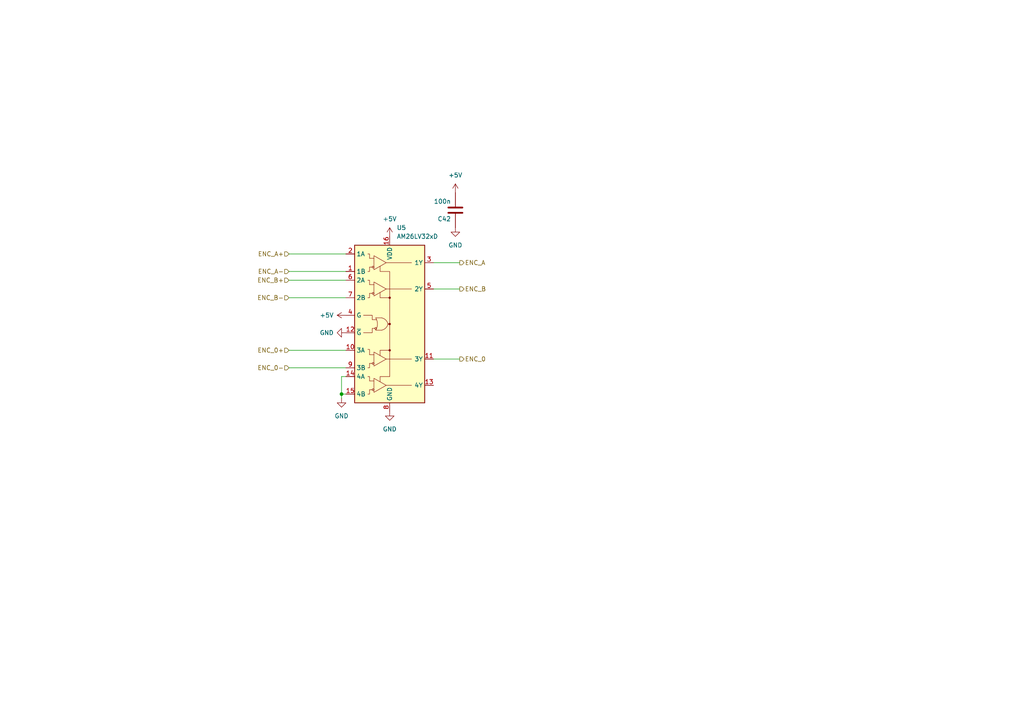
<source format=kicad_sch>
(kicad_sch (version 20230121) (generator eeschema)
  (paper "A4")
  (lib_symbols
    (symbol "BLDC_4-rescue:+5V" (power) (pin_names (offset 0))
      (property "Value" "+5V" (at 0 3.556 0))
      (symbol "+5V_0_1"
        (polyline (pts (xy -0.762 1.27) (xy 0 2.54)))
        (polyline (pts (xy 0 0) (xy 0 2.54)))
        (polyline (pts (xy 0 2.54) (xy 0.762 1.27)))
      )
      (symbol "+5V_1_1"
        (pin power_in line (at 0 0 90) (length 0) hide (name "+5V") (number "1"))
      )
    )
    (symbol "BLDC_4-rescue:C-RESCUE-BLDC_4" (pin_numbers hide) (pin_names (offset 0.254))
      (property "Reference" "C" (at 0 2.54 0))
      (property "Value" "C-RESCUE-BLDC_4" (at 0.1524 -2.159 0))
      (symbol "C-RESCUE-BLDC_4_0_1"
        (polyline (pts (xy -2.032 -0.762) (xy 2.032 -0.762)) (stroke (width 0.508)))
        (polyline (pts (xy -2.032 0.762) (xy 2.032 0.762)) (stroke (width 0.508)))
      )
      (symbol "C-RESCUE-BLDC_4_1_1"
        (pin passive line (at 0 5.08 270) (length 4.318) (name "~") (number "1"))
        (pin passive line (at 0 -5.08 90) (length 4.318) (name "~") (number "2"))
      )
    )
    (symbol "Interface:AM26LV32xD"
      (property "Reference" "U" (at -8.89 24.13 0))
      (property "Value" "AM26LV32xD" (at 10.16 24.13 0))
      (symbol "AM26LV32xD_0_1"
        (rectangle (start -10.16 22.86) (end 10.16 -22.86) (stroke (width 0.254)) (fill (type background)))
        (circle (center -4.826 16.51) (radius 0.254))
        (arc (start -4.064 -1.778) (mid -3.5541 0) (end -4.064 1.778) (stroke (width 0.127)))
        (circle (center -4.064 -1.27) (radius 0.254))
        (arc (start -2.286 -1.778) (mid -1.1381 -1.1479) (end -0.508 0) (stroke (width 0.127)))
        (arc (start -0.508 0) (mid -1.1381 1.1479) (end -2.286 1.778) (stroke (width 0.127)))
        (circle (center 0 -7.62) (radius 0.254) (fill (type outline)))
        (polyline (pts (xy -5.842 16.51) (xy -5.08 16.51)) (stroke (width 0.127)))
        (polyline (pts (xy -5.842 19.05) (xy -4.572 19.05)) (stroke (width 0.127)))
        (polyline (pts (xy -4.064 -1.778) (xy -2.286 -1.778)) (stroke (width 0.127)))
        (polyline (pts (xy -2.286 1.778) (xy -4.064 1.778)) (stroke (width 0.127)))
        (polyline (pts (xy -1.016 -17.78) (xy 6.35 -17.78)) (stroke (width 0.127)))
        (polyline (pts (xy -1.016 -10.16) (xy 6.35 -10.16)) (stroke (width 0.127)))
        (polyline (pts (xy -1.016 10.16) (xy 6.35 10.16)) (stroke (width 0.127)))
        (polyline (pts (xy -1.016 17.78) (xy 6.35 17.78)) (stroke (width 0.127)))
        (polyline (pts (xy -0.508 0) (xy 0 0)))
        (polyline (pts (xy 0 0) (xy 0 -15.24)) (stroke (width 0.127)))
        (polyline (pts (xy 0 7.62) (xy 0 0)) (stroke (width 0.127)))
        (polyline (pts (xy -5.842 -19.05) (xy -5.842 -20.32) (xy -6.35 -20.32)) (stroke (width 0.127)))
        (polyline (pts (xy -5.842 -16.51) (xy -5.842 -15.24) (xy -6.35 -15.24)) (stroke (width 0.127)))
        (polyline (pts (xy -5.842 -11.43) (xy -5.842 -12.7) (xy -6.35 -12.7)) (stroke (width 0.127)))
        (polyline (pts (xy -5.842 -8.89) (xy -5.842 -7.366) (xy -6.35 -7.366)) (stroke (width 0.127)))
        (polyline (pts (xy -5.842 8.89) (xy -5.842 7.62) (xy -6.35 7.62)) (stroke (width 0.127)))
        (polyline (pts (xy -5.842 11.43) (xy -5.842 12.7) (xy -6.35 12.7)) (stroke (width 0.127)))
        (polyline (pts (xy -5.842 19.05) (xy -5.842 20.32) (xy -6.35 20.32)) (stroke (width 0.127)))
        (polyline (pts (xy 0 -15.24) (xy -2.794 -15.24) (xy -2.794 -16.764)) (stroke (width 0.127)))
        (polyline (pts (xy 0 -7.62) (xy -2.794 -7.62) (xy -2.794 -9.144)) (stroke (width 0.127)))
        (polyline (pts (xy 0 7.62) (xy -2.794 7.62) (xy -2.794 9.144)) (stroke (width 0.127)))
        (polyline (pts (xy -7.62 2.54) (xy -5.08 2.54) (xy -5.08 1.27) (xy -3.81 1.27)) (stroke (width 0.127)))
        (polyline (pts (xy -5.842 16.51) (xy -5.842 15.24) (xy -6.096 15.24) (xy -6.35 15.24)) (stroke (width 0.127)))
        (polyline (pts (xy -4.572 19.812) (xy -4.572 15.748) (xy -1.016 17.78) (xy -4.572 19.812)) (stroke (width 0.127)))
        (polyline (pts (xy -4.318 -1.27) (xy -5.08 -1.27) (xy -5.08 -2.54) (xy -7.62 -2.54)) (stroke (width 0.127)))
        (polyline (pts (xy 0 7.62) (xy 0 15.24) (xy -2.794 15.24) (xy -2.794 16.764)) (stroke (width 0.127)))
        (circle (center 0 0) (radius 0.254) (fill (type outline)))
        (circle (center 0 7.62) (radius 0.254) (fill (type outline)))
      )
      (symbol "AM26LV32xD_1_1"
        (circle (center -4.826 -19.05) (radius 0.254))
        (circle (center -4.826 -11.43) (radius 0.254))
        (circle (center -4.826 8.89) (radius 0.254))
        (polyline (pts (xy -5.842 -19.05) (xy -5.08 -19.05)) (stroke (width 0.127)))
        (polyline (pts (xy -5.842 -16.51) (xy -4.572 -16.51)) (stroke (width 0.127)))
        (polyline (pts (xy -5.842 -11.43) (xy -5.08 -11.43)) (stroke (width 0.127)))
        (polyline (pts (xy -5.842 -8.89) (xy -4.572 -8.89)) (stroke (width 0.127)))
        (polyline (pts (xy -5.842 8.89) (xy -5.08 8.89)) (stroke (width 0.127)))
        (polyline (pts (xy -5.842 11.43) (xy -4.572 11.43)) (stroke (width 0.127)))
        (polyline (pts (xy -4.572 -15.748) (xy -4.572 -19.812) (xy -1.016 -17.78) (xy -4.572 -15.748)) (stroke (width 0.127)))
        (polyline (pts (xy -4.572 -8.128) (xy -4.572 -12.192) (xy -1.016 -10.16) (xy -4.572 -8.128)) (stroke (width 0.127)))
        (polyline (pts (xy -4.572 12.192) (xy -4.572 8.128) (xy -1.016 10.16) (xy -4.572 12.192)) (stroke (width 0.127)))
        (pin input line (at -12.7 15.24 0) (length 2.54) (name "1B") (number "1"))
        (pin input line (at -12.7 -7.62 0) (length 2.54) (name "3A") (number "10"))
        (pin tri_state line (at 12.7 -10.16 180) (length 2.54) (name "3Y") (number "11"))
        (pin input line (at -12.7 -2.54 0) (length 2.54) (name "~{G}") (number "12"))
        (pin tri_state line (at 12.7 -17.78 180) (length 2.54) (name "4Y") (number "13"))
        (pin input line (at -12.7 -15.24 0) (length 2.54) (name "4A") (number "14"))
        (pin input line (at -12.7 -20.32 0) (length 2.54) (name "4B") (number "15"))
        (pin power_in line (at 0 25.4 270) (length 2.54) (name "VDD") (number "16"))
        (pin input line (at -12.7 20.32 0) (length 2.54) (name "1A") (number "2"))
        (pin tri_state line (at 12.7 17.78 180) (length 2.54) (name "1Y") (number "3"))
        (pin input line (at -12.7 2.54 0) (length 2.54) (name "G") (number "4"))
        (pin tri_state line (at 12.7 10.16 180) (length 2.54) (name "2Y") (number "5"))
        (pin input line (at -12.7 12.7 0) (length 2.54) (name "2A") (number "6"))
        (pin input line (at -12.7 7.62 0) (length 2.54) (name "2B") (number "7"))
        (pin power_in line (at 0 -25.4 90) (length 2.54) (name "GND") (number "8"))
        (pin input line (at -12.7 -12.7 0) (length 2.54) (name "3B") (number "9"))
      )
    )
    (symbol "power:GND" (power) (pin_names (offset 0))
      (property "Value" "GND" (at 0 -3.81 0))
      (symbol "GND_0_1"
        (polyline (pts (xy 0 0) (xy 0 -1.27) (xy 1.27 -1.27) (xy 0 -2.54) (xy -1.27 -1.27) (xy 0 -1.27)))
      )
      (symbol "GND_1_1"
        (pin power_in line (at 0 0 270) (length 0) hide (name "GND") (number "1"))
      )
    )
  )
  (junction (at 99.06 114.3))
  (wire (pts (xy 100.33 114.3) (xy 99.06 114.3)))
  (wire (pts (xy 125.73 76.2) (xy 133.35 76.2)))
  (wire (pts (xy 83.82 73.66) (xy 100.33 73.66)))
  (wire (pts (xy 125.73 104.14) (xy 133.35 104.14)))
  (wire (pts (xy 83.82 106.68) (xy 100.33 106.68)))
  (wire (pts (xy 99.06 109.22) (xy 100.33 109.22)))
  (wire (pts (xy 99.06 114.3) (xy 99.06 109.22)))
  (wire (pts (xy 83.82 86.36) (xy 100.33 86.36)))
  (wire (pts (xy 83.82 78.74) (xy 100.33 78.74)))
  (wire (pts (xy 125.73 83.82) (xy 133.35 83.82)))
  (wire (pts (xy 83.82 81.28) (xy 100.33 81.28)))
  (wire (pts (xy 83.82 101.6) (xy 100.33 101.6)))
  (wire (pts (xy 99.06 114.3) (xy 99.06 115.57)))
  (hierarchical_label "ENC_A" (shape output) (at 133.35 76.2 0))
  (hierarchical_label "ENC_A-" (shape input) (at 83.82 78.74 180))
  (hierarchical_label "ENC_A+" (shape input) (at 83.82 73.66 180))
  (hierarchical_label "ENC_B" (shape output) (at 133.35 83.82 0))
  (hierarchical_label "ENC_B+" (shape input) (at 83.82 81.28 180))
  (hierarchical_label "ENC_0" (shape output) (at 133.35 104.14 0))
  (hierarchical_label "ENC_0+" (shape input) (at 83.82 101.6 180))
  (hierarchical_label "ENC_B-" (shape input) (at 83.82 86.36 180))
  (hierarchical_label "ENC_0-" (shape input) (at 83.82 106.68 180))
  (symbol (lib_id "Interface:AM26LV32xD") (at 113.03 93.98 0) (unit 1)
    (property "Reference" "U5" (at 115.0494 66.04 0) (effects (justify left)))
    (property "Value" "AM26LV32xD" (at 115.0494 68.58 0) (effects (justify left)))
    (property "Footprint" "Package_SO:SOIC-16_3.9x9.9mm_P1.27mm" (effects hide))
    (property "Datasheet" "http://www.ti.com/lit/ds/symlink/am26lv32.pdf" (effects hide))
  )
  (symbol (lib_id "BLDC_4-rescue:+5V") (at 113.03 68.58 0) (unit 1)
    (property "Reference" "#PWR064" (effects hide))
    (property "Value" "+5V" (at 113.03 63.5 0))
  )
  (symbol (lib_id "power:GND") (at 132.08 66.04 0) (unit 1)
    (property "Reference" "#PWR073" (effects hide))
    (property "Value" "GND" (at 132.08 71.12 0))
  )
  (symbol (lib_id "BLDC_4-rescue:+5V") (at 100.33 91.44 90) (unit 1)
    (property "Reference" "#PWR02" (effects hide))
    (property "Value" "+5V" (at 92.71 91.44 90) (effects (justify right)))
  )
  (symbol (lib_id "power:GND") (at 113.03 119.38 0) (unit 1)
    (property "Reference" "#PWR065" (effects hide))
    (property "Value" "GND" (at 113.03 124.46 0))
  )
  (symbol (lib_id "BLDC_4-rescue:C-RESCUE-BLDC_4") (at 132.08 60.96 180) (unit 1)
    (property "Reference" "C42" (at 130.81 63.5 0) (effects (justify left)))
    (property "Value" "100n" (at 130.81 58.42 0) (effects (justify left)))
    (property "Footprint" "CRF1:SMD-0603_c" (effects hide))
  )
  (symbol (lib_id "BLDC_4-rescue:+5V") (at 132.08 55.88 0) (unit 1)
    (property "Reference" "#PWR072" (effects hide))
    (property "Value" "+5V" (at 132.08 50.8 0))
  )
  (symbol (lib_id "power:GND") (at 100.33 96.52 270) (unit 1)
    (property "Reference" "#PWR063" (effects hide))
    (property "Value" "GND" (at 92.71 96.52 90) (effects (justify left)))
  )
  (symbol (lib_id "power:GND") (at 99.06 115.57 0) (unit 1)
    (property "Reference" "#PWR01" (effects hide))
    (property "Value" "GND" (at 99.06 120.65 0))
  )
)
</source>
